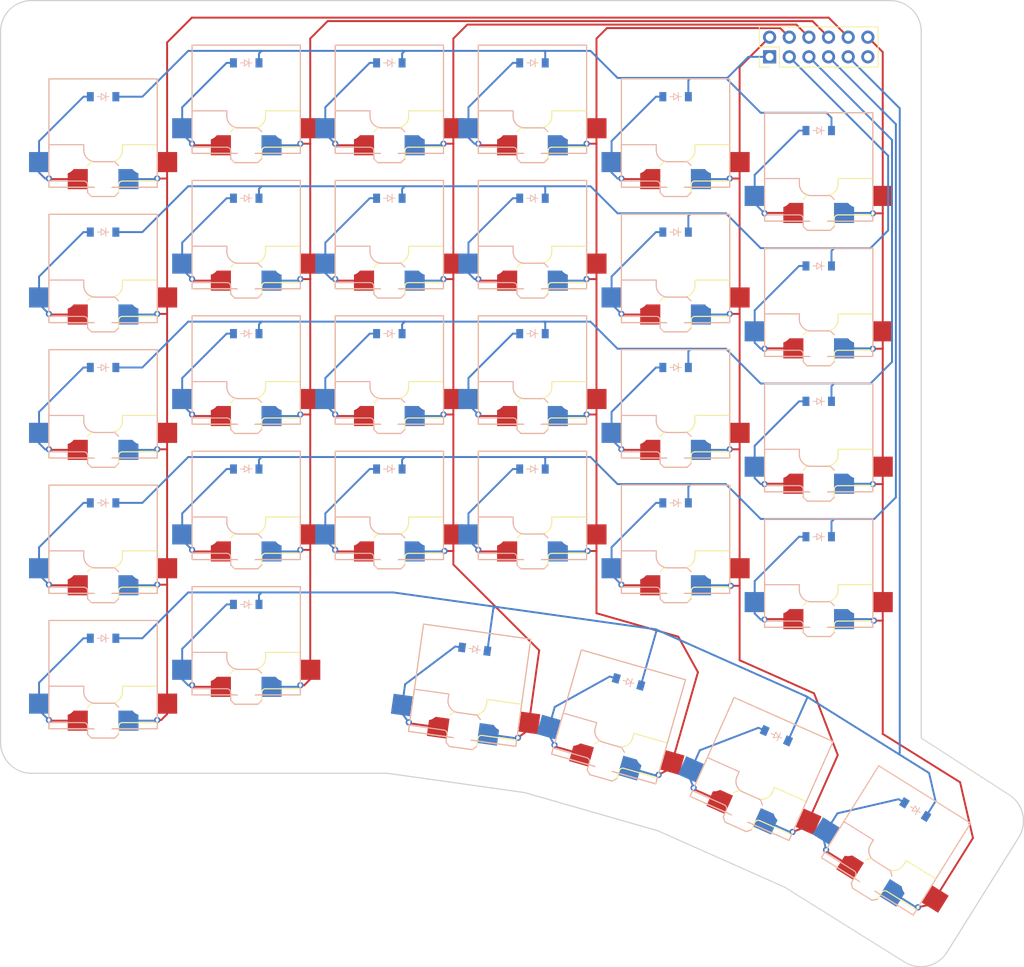
<source format=kicad_pcb>
(kicad_pcb
	(version 20240108)
	(generator "pcbnew")
	(generator_version "8.0")
	(general
		(thickness 1.6)
		(legacy_teardrops no)
	)
	(paper "A3")
	(title_block
		(title "protoeepyboard")
		(rev "1.0")
		(company "binaryDiv")
	)
	(layers
		(0 "F.Cu" signal)
		(31 "B.Cu" signal)
		(32 "B.Adhes" user "B.Adhesive")
		(33 "F.Adhes" user "F.Adhesive")
		(34 "B.Paste" user)
		(35 "F.Paste" user)
		(36 "B.SilkS" user "B.Silkscreen")
		(37 "F.SilkS" user "F.Silkscreen")
		(38 "B.Mask" user)
		(39 "F.Mask" user)
		(40 "Dwgs.User" user "User.Drawings")
		(41 "Cmts.User" user "User.Comments")
		(42 "Eco1.User" user "User.Eco1")
		(43 "Eco2.User" user "User.Eco2")
		(44 "Edge.Cuts" user)
		(45 "Margin" user)
		(46 "B.CrtYd" user "B.Courtyard")
		(47 "F.CrtYd" user "F.Courtyard")
		(48 "B.Fab" user)
		(49 "F.Fab" user)
	)
	(setup
		(pad_to_mask_clearance 0.05)
		(allow_soldermask_bridges_in_footprints no)
		(pcbplotparams
			(layerselection 0x00010fc_ffffffff)
			(plot_on_all_layers_selection 0x0000000_00000000)
			(disableapertmacros no)
			(usegerberextensions no)
			(usegerberattributes yes)
			(usegerberadvancedattributes yes)
			(creategerberjobfile yes)
			(dashed_line_dash_ratio 12.000000)
			(dashed_line_gap_ratio 3.000000)
			(svgprecision 4)
			(plotframeref no)
			(viasonmask no)
			(mode 1)
			(useauxorigin no)
			(hpglpennumber 1)
			(hpglpenspeed 20)
			(hpglpendiameter 15.000000)
			(pdf_front_fp_property_popups yes)
			(pdf_back_fp_property_popups yes)
			(dxfpolygonmode yes)
			(dxfimperialunits yes)
			(dxfusepcbnewfont yes)
			(psnegative no)
			(psa4output no)
			(plotreference yes)
			(plotvalue yes)
			(plotfptext yes)
			(plotinvisibletext no)
			(sketchpadsonfab no)
			(subtractmaskfromsilk no)
			(outputformat 1)
			(mirror no)
			(drillshape 1)
			(scaleselection 1)
			(outputdirectory "")
		)
	)
	(net 0 "")
	(net 1 "P10")
	(net 2 "outer_mod")
	(net 3 "outer_bottom")
	(net 4 "outer_home")
	(net 5 "outer_top")
	(net 6 "outer_num")
	(net 7 "P8")
	(net 8 "one_mod")
	(net 9 "one_bottom")
	(net 10 "one_home")
	(net 11 "one_top")
	(net 12 "one_num")
	(net 13 "P6")
	(net 14 "two_bottom")
	(net 15 "two_home")
	(net 16 "two_top")
	(net 17 "two_num")
	(net 18 "P4")
	(net 19 "three_bottom")
	(net 20 "three_home")
	(net 21 "three_top")
	(net 22 "three_num")
	(net 23 "P2")
	(net 24 "four_bottom")
	(net 25 "four_home")
	(net 26 "four_top")
	(net 27 "four_num")
	(net 28 "P12")
	(net 29 "five_bottom")
	(net 30 "five_home")
	(net 31 "five_top")
	(net 32 "five_num")
	(net 33 "one_default")
	(net 34 "two_default")
	(net 35 "three_default")
	(net 36 "four_default")
	(net 37 "P9")
	(net 38 "P7")
	(net 39 "P5")
	(net 40 "P3")
	(net 41 "P1")
	(net 42 "P11")
	(footprint "MountingHole_2.2mm_M2" (layer "F.Cu") (at 90.025481 63.165161))
	(footprint "PG1350" (layer "F.Cu") (at 182.525483 97.790165 180))
	(footprint "PinHeader_2x06_P2.54mm_Vertical" (layer "F.Cu") (at 176.175486 66.060162 90))
	(footprint "PG1350" (layer "F.Cu") (at 108.52548 106.540167 180))
	(footprint "PG1350" (layer "F.Cu") (at 127.025483 124.040165 180))
	(footprint "PG1350" (layer "F.Cu") (at 182.525484 115.290165 180))
	(footprint "PG1350" (layer "F.Cu") (at 182.525483 80.290161 180))
	(footprint "PG1350" (layer "F.Cu") (at 145.525482 124.040168 180))
	(footprint "PG1350" (layer "F.Cu") (at 127.025485 71.540169 180))
	(footprint "PG1350" (layer "F.Cu") (at 145.52548 106.540168 180))
	(footprint "PG1350" (layer "F.Cu") (at 108.525481 141.540171 180))
	(footprint "PG1350" (layer "F.Cu") (at 108.52548 71.540159 180))
	(footprint "MountingHole_2.2mm_M2" (layer "F.Cu") (at 193.275486 69.540166))
	(footprint "PG1350"
		(layer "F.Cu")
		(uuid "5fc406a4-13f6-4d52-aa44-d19cd3acecf2")
		(at 164.025483 75.915169 180)
		(property "Reference" "S22"
			(at 0 0 0)
			(layer "F.SilkS")
			(hide yes)
			(uuid "cf11c8e5-3934-41e3-8f39-8b25ad48e581")
			(effects
				(font
					(size 1.27 1.27)
					(thickness 0.15)
				)
			)
		)
		(property "Value" ""
			(at 0 0 0)
			(layer "F.SilkS")
			(hide yes)
			(uuid "44586e86-92a4-4cf7-895c-4366a82e0e35")
			(effects
				(font
					(size 1.27 1.27)
					(thickness 0.15)
				)
			)
		)
		(property "Footprint" ""
			(at 0 0 0)
			(layer "F.Fab")
			(hide yes)
			(uuid "c35adbce-d156-4960-ae02-02922c7092c2")
			(effects
				(font
					(size 1.27 1.27)
					(thickness 0.15)
				)
			)
		)
		(property "Datasheet" ""
			(at 0 0 0)
			(layer "F.Fab")
			(hide yes)
			(uuid "e8e0b2ec-8603-465c-8b9d-1e493193ce97")
			(effects
				(font
					(size 1.27 1.27)
					(thickness 0.15)
				)
			)
		)
		(property "Description" ""
			(at 0 0 0)
			(layer "F.Fab")
			(hide yes)
			(uuid "9a3c670e-a367-48eb-8056-9e6fa66306c5")
			(effects
				(font
					(size 1.27 1.27)
					(thickness 0.15)
				)
			)
		)
		(attr through_hole)
		(fp_line
			(start 7 7)
			(end -7 7)
			(stroke
				(width 0.15)
				(type solid)
			)
			(layer "B.SilkS")
			(uuid "1f75f4db-da72-4174-8086-0bf9503d7ba8")
		)
		(fp_line
			(start 7 -5.6)
			(end 7 -6.2)
			(stroke
				(width 0.15)
				(type solid)
			)
			(layer "B.SilkS")
			(uuid "e7ef50b2-aa04-4df1-94f0-185342b072f2")
		)
		(fp_line
			(start 7 -6.2)
			(end 2.5 -6.2)
			(stroke
				(width 0.15)
				(type solid)
			)
			(layer "B.SilkS")
			(uuid "620862d0-5907-4df0-9948-02266ebd6226")
		)
		(fp_line
			(start 7 -7)
			(end 7 7)
			(stroke
				(width 0.15)
				(type solid)
			)
			(layer "B.SilkS")
			(uuid "cf7764d7-1eaa-4a6b-8b90-317220b93ce8")
		)
		(fp_line
			(start 6.999999 -1.500002)
			(end 7 -2)
			(stroke
				(width 0.15)
				(type solid)
			)
			(layer "B.SilkS")
			(uuid "e9e4edd6-39c0-4811-990d-117c83e9784c")
		)
		(fp_line
			(start 2.5 -1.5)
			(end 6.999999 -1.500002)
			(stroke
				(width 0.15)
				(type solid)
			)
			(layer "B.SilkS")
			(uuid "dff79f35-8ed9-4124-9832-7360351677ae")
		)
		(fp_line
			(start 2.5 -2.200001)
			(end 2.5 -1.5)
			(stroke
				(width 0.15)
				(type solid)
			)
			(layer "B.SilkS")
			(uuid "7234bbe8-aded-44ed-a047-bf8e41791cfa")
		)
		(fp_line
			(start 2 -6.7)
			(end 2 -7.7)
			(stroke
				(width 0.15)
				(type solid)
			)
			(layer "B.SilkS")
			(uuid "3df5f5b7-cefd-4ca8-9b9a-50f6544b4681")
		)
		(fp_line
			(start 1.5 -8.2)
			(end 2 -7.7)
			(stroke
				(width 0.15)
				(type solid)
			)
			(layer "B.SilkS")
			(uuid "b7732040-a855-483b-a86f-6f302a2f4cdf")
		)
		(fp_line
			(start -1.5 -3.7)
			(end 1 -3.7)
			(stroke
				(width 0.15)
				(type solid)
			)
			(layer "B.SilkS")
			(uuid "61e4b325-f211-4899-8102-cf0239fee62d")
		)
		(fp_line
			(start -1.5 -8.200003)
			(end 1.5 -8.2)
			(stroke
				(width 0.15)
				(type solid)
			)
			(layer "B.SilkS")
			(uuid "c8683161-634a-4571-a7a6-0391b75c1475")
		)
		(fp_line
			(start -2 -4.2)
			(end -1.5 -3.7)
			(stroke
				(width 0.15)
				(type solid)
			)
			(layer "B.SilkS")
			(uuid "cd9c7a22-9d43-408e-a326-1db26abddf0e")
		)
		(fp_line
			(start -2 -7.7)
			(end -1.5 -8.200003)
			(stroke
				(width 0.15)
				(type solid)
			)
			(layer "B.SilkS")
			(uuid "ad5d07ea-3e0d-4d74-bdcc-ecafb3f491b9")
		)
		(fp_line
			(start -7 7)
			(end -7 -7)
			(stroke
				(width 0.15)
				(type solid)
			)
			(layer "B.SilkS")
			(uuid "ee695391-46d5-41bb-af9d-a29797e8376e")
		)
		(fp_line
			(start -7 -7)
			(end 7 -7)
			(stroke
				(width 0.15)
				(type solid)
			)
			(layer "B.SilkS")
			(uuid "e0193bd3-cd83-4b5e-8c24-418637e7c4b4")
		)
		(fp_arc
			(start 2.5 -6.2)
			(mid 2.146447 -6.346447)
			(end 2 -6.7)
			(stroke
				(width 0.15)
				(type solid)
			)
			(layer "B.SilkS")
			(uuid "dd5d45b1-60f5-4c4d-82fe-a93e686aef24")
		)
		(fp_arc
			(start 1 -3.7)
			(mid 2.06066 -3.260661)
			(end 2.5 -2.200001)
			(stroke
				(width 0.15)
				(type solid)
			)
			(layer "B.SilkS")
			(uuid "272319e8-d964-4bd9-bdef-c070a6cf544b")
		)
		(fp_line
			(start 7 7)
			(end -7 7)
			(stroke
				(width 0.15)
				(type solid)
			)
			(layer "F.SilkS")
			(uuid "21d6bb73-d74c-4079-bcde-177a50aa0f4b")
		)
		(fp_line
			(start 7 -7)
			(end 7 7)
			(stroke
				(width 0.15)
				(type solid)
			)
			(layer "F.SilkS")
			(uuid "3314bc0e-d424-4bb9-89a1-ad29e6a67eb4")
		)
		(fp_line
			(start 2 -7.7)
			(end 1.5 -8.2)
			(stroke
				(width 0.15)
				(type solid)
			)
			(layer "F.SilkS")
			(uuid "f109d8ca-979f-40b6-8eff-f96ec04f58e3")
		)
		(fp_line
			(start 1.999999 -4.2)
			(end 1.5 -3.7)
			(stroke
				(width 0.15)
				(type solid)
			)
			(layer "F.SilkS")
			(uuid "25c549e0-ab5c-465a-9e59-8e0d6983abfc")
		)
		(fp_line
			(start 1.5 -3.7)
			(end -1 -3.7)
			(stroke
				(width 0.15)
				(type solid)
			)
			(layer "F.SilkS")
			(uuid "27b441c6-8fde-4128-8be5-b196d81e0cbb")
		)
		(fp_line
			(start 1.5 -8.2)
			(end -1.5 -8.200003)
			(stroke
				(width 0.15)
				(type solid)
			)
			(layer "F.SilkS")
			(uuid "f46175b8-ea0d-440d-a0a9-e7efc2127ca8")
		)
		(fp_line
			(start -1.5 -8.200003)
			(end -2 -7.7)
			(stroke
				(width 0.15)
				(type solid)
			)
			(layer "F.SilkS")
			(uuid "be106102-12cb-4835-a74b-6646a555e4f6")
		)
		(fp_line
			(start -2 -6.7)
			(end -2 -7.7)
			(stroke
				(width 0.15)
				(type solid)
			)
			(layer "F.SilkS")
			(uuid "6e2a6b64-4156-417f-a3ee-132251133b4f")
		)
		(fp_line
			(start -2.5 -1.499999)
			(end -7 -1.5)
			(stroke
				(width 0.15)
				(type solid)
			)
			(layer "F.SilkS")
			(uuid "bfe6e1e3-e380-4182-bead-15689e3db32f")
		)
		(fp_line
			(start -2.5 -2.2)
			(end -2.5 -1.499999)
			(stroke
				(width 0.15)
				(type solid)
			)
			(layer "F.SilkS")
			(uuid "1ae53a67-2937-4335-8931-269f53d8c950")
		)
		(fp_line
			(start -7 7)
			(end -7 -7)
			(stroke
				(width 0.15)
				(type solid)
			)
			(layer "F.SilkS")
			(uuid "7bd6e5bc-329a-4dcf-81bc-e4fd8ddda0e4")
		)
		(fp_line
			(start -7 -1.5)
			(end -7 -2)
			(stroke
				(width 0.15)
				(type solid)
			)
			(layer "F.SilkS")
			(uuid "289587ac-ad1f-462a-bcd0-fda8b5e1a8a1")
		)
		(fp_line
			(start -7 -5.6)
			(end -7 -6.2)
			(stroke
				(width 0.15)
				(type solid)
			)
			(layer "F.SilkS")
			(uuid "b89cb802-c886-4d29-b60e-f56aaa45fbd3")
		)
		(fp_line
			(start -7 -6.2)
			(end -2.5 -6.2)
			(stroke
				(width 0.15)
				(type solid)
			)
			(layer "F.SilkS")
			(uuid "592fb956-ffd1-4bc2-b344-ee5986be6219")
		)
		(fp_line
			(start -7 -7)
			(end 7 -7)
			(stroke
				(width 0.15)
				(type solid)
			)
			(layer "F.SilkS")
			(uuid "a4a19ae8-7d3b-4d66-baf4-70793566dd87")
		)
		(fp_arc
			(start -2 -6.7)
			(mid -2.146448 -6.346448)
			(end -2.5 -6.2)
			(stroke
				(width 0.15)
				(type solid)
			)
			(layer "F.SilkS")
			(uuid "a1f53702-d46c-4a3e-bfc6-3eeead281dc5")
		)
		(fp_arc
			(start -2.5 -2.2)
			(mid -2.06066 -3.26066)
			(end -1 -3.7)
			(stroke
				(width 0.15)
				(type solid)
			)
			(layer "F.SilkS")
			(uuid "a5295361-d5c4-4422-9800-8997780d436a")
		)
		(fp_line
			(start 9 8.5)
			(end -9 8.5)
			(stroke
				(width 0.15)
				(type solid)
			)
			(layer "Dwgs.User")
			(uuid "e150da8b-8eec-405a-a240-f11a06f86ec9")
		)
		(fp_line
			(start 9 -8.5)
			(end 9 8.5)
			(stroke
				(width 0.15)
				(type solid)
			)
			(layer "Dwgs.User")
			(uuid "3f5e7e3f-7231-42f3-a384-05ebb187385b")
		)
		(fp_line
			(start 2.600001 3.1)
			(end 2.599999 6.3)
			(stroke
				(width 0.15)
				(type solid)
			)
			(layer "Dwgs.User")
			(uuid "aabf8c92-8519-4100-9be6-a8bd979b63f2")
		)
		(fp_line
			(start 2.599999 6.3)
			(end -2.6 6.3)
			(stroke
				(width 0.15)
				(type solid)
			)
			(layer "Dwgs.User")
			(uuid "925416d6-2bcf-4825-8a05-f18c00922ab3")
		)
		(fp_line
			(start -2.6 3.1)
			(end 2.600001 3.1)
			(stroke
				(width 0.15)
				(type solid)
			)
			(layer "Dwgs.User")
			(uuid "72fa2ea8-3182-497e-ac27-bb4c98e983f7")
		)
		(fp_line
			(start -2.6 3.1)
			(end -2.6 6.3)
			(stroke
				(width 0.15)
				(type solid)
			)
			(layer "Dwgs.User")
			(uuid "107ab612-0ebf-4cb0-b4b8-60ab1081e2ce")
		)
		(fp_line
			(start -9 8.5)
			(end -9 -8.5)
			(stroke
				(width 0.15)
				(type solid)
			)
			(layer "Dwgs.User")
			(uuid "47b02d73-cd79-4d6f-8d4a-796aeaded6e0")
		)
		(fp_line
			(start -9 -8.5)
			(end 9 -8.5)
			(stroke
				(width 0.15)
				(type solid)
			)
			(layer "Dwgs.User")
			(uuid "1e46e12c-6dd9-4300-8499-1c8883074f58")
		)
		(fp_line
			(start 9.500001 -2.499999)
			(end 7 -2.5)
			(stroke
				(width 0.12)
				(type solid)
			)
			(layer "B.Fab")
			(uuid "7cb5800b-7367-4516-baeb-4e3679129409")
		)
		(fp_line
			(start 9.5 -5)
			(end 9.500001 -2.499999)
			(stroke
				(width 0.12)
				(type solid)
			)
			(layer "B.Fab")
			(uuid "6576599e-d5e1-4c4e-947d-9f180db7c8c4")
		)
		(fp_line
			(start 7 -5.000001)
			(end 9.5 -5)
			(stroke
				(width 0.12)
				(type solid)
			)
			(layer "B.Fab")
			(uuid "a8d7d267-5643-4f7f-ae10-d36f5afe7ff6")
		)
		(fp_line
			(start 7 -6.2)
			(end 2.5 -6.2)
			(stroke
				(width 0.15)
				(type solid)
			)
			(layer "B.Fab")
			(uuid "0e7da716-c057-40b2-8d1c-7b3953c5f244")
		)
		(fp_line
			(start 6.999999 -1.500002)
			(end 7 -6.2)
			(stroke
				(width 0.12)
				(type solid)
			)
			(layer "B.Fab")
			(uuid "20a440b2-23bf-4f3c-99d6-1da4ca68507a")
		)
		(fp_line
			(start 2.5 -1.5)
			(end 6.999999 -1.500002)
			(stroke
				(width 0.15)
				(type solid)
			)
			(layer "B.Fab")
			(uuid "21192240-4f4e-4d88-bcf7-d0662f9f60fb")
		)
		(fp_line
			(start 2.5 -2.200001)
			(end 2.5 -1.5)
			(stroke
				(width 0.15)
				(type solid)
			)
			(layer "B.Fab")
			(uuid "bd8f7466-5722-4454-97c0-dca3ef9cfe5b")
		)
		(fp_line
			(start 2 -6.7)
			(end 2 -7.7)
			(stroke
				(width 0.15)
				(type solid)
			)
			(layer "B.Fab")
			(uuid "9ae226d1-55ed-4e19-8a45-e9616e1e7ad1")
		)
		(fp_line
			(start 1.5 -8.2)
			(end 2 -7.7)
			(stroke
				(width 0.15)
				(type solid)
			)
			(layer "B.Fab")
			(uuid "3d0a09ed-c89b-46b6-91b6-d2d4dfd9f315")
		)
		(fp_line
			(start -1.5 -3.7)
			(end 1 -3.7)
			(stroke
				(width 0.15)
				(type solid)
			)
			(layer "B.Fab")
			(uuid "1fe719ed-efe5-413a-9951-2aa1ef76faca")
		)
		(fp_line
			(start -1.5 -8.200003)
			(end 1.5 -8.2)
			(stroke
				(width 0.15)
				(type solid)
			)
			(layer "B.Fab")
			(uuid "b9ecaac8-1ba1-4760-9dfe-9420f37716a1")
		)
		(fp_line
			(start -2 -4.2)
			(end -1.5 -3.7)
			(stroke
				(width 0.15)
				(type solid)
			)
			(layer "B.Fab")
			(uuid "9f38cc70-d937-4661-858b-a643b50912cb")
		)
		(fp_line
			(start -2 -4.25)
			(end -2 -7.7)
			(stroke
				(width 0.12)
				(type solid)
			)
			(layer "B.Fab")
			(uuid "64166569-1b53-44f7-83d9-405ef07851ed")
		)
		(fp_line
			(start -2 -4.75)
			(end -4.500001 -4.75)
			(stroke
				(width 0.12)
				(type solid)
			)
			(layer "B.Fab")
			(uuid "29b84a12-7249-4203-816c-1b0cc16bc5d6")
		)
		(fp_line
			(start -2 -7.7)
			(end -1.5 -8.200003)
			(stroke
				(width 0.15)
				(type solid)
			)
			(layer "B.Fab")
			(uuid "fbe05dfe-c0cf-4b7c-ba89-587a21ca8ce0")
		)
		(fp_line
			(start -4.5 -7.25)
			(end -2 -7.25)
			(stroke
				(width 0.12)
				(type solid)
			)
			(layer "B.Fab")
			(uuid "71cfeac0-de92-4d5e-b004-64ca3bc5338e")
		)
		(fp_line
			(start -4.500001 -4.75)
			(end -4.5 -7.25)
			(stroke
				(width 0.12)
				(type solid)
			)
			(layer "B.Fab")
			(uuid "0321256a-c500-4ec7-b719-6bc1b1a1149b")
		)
		(fp_arc
			(start 2.5 -6.2)
			(mid 2.146447 -6.346447)
			(end 2 -6.7)
			(stroke
				(width 0.15)
				(type solid)
			)
			(layer "B.Fab")
			(uuid "a5c3b089-bf72-4c69-acdf-5007f0853310")
		)
		(fp_arc
			(start 1 -3.7)
			(mid 2.06066 -3.260661)
			(end 2.5 -2.200001)
			(stroke
				(width 0.15)
				(type solid)
			)
			(layer "B.Fab")
			(uuid "f3fdb55e-0d20-4a10-a39b-e80ca6702cba")
		)
		(fp_line
			(start 4.5 -4.75)
			(end 4.5 -7.25)
			(stroke
				(width 0.12)
				(type solid)
			)
			(layer "F.Fab")
			(uuid "07bcdf67-2dcf-4ba6-89dd-74a7a19b0df7")
		)
		(fp_line
			(start 4.5 -7.25)
			(end 2 -7.25)
			(stroke
				(width 0.12)
				(type solid)
			)
			(layer "F.Fab")
			(uuid "f5c8985c-f32d-4ed5-817e-0053b5455bee")
		)
		(fp_line
			(start 2 -4.75)
			(end 4.5 -4.75)
			(stroke
				(width 0.12)
				(type solid)
			)
			(layer "F.Fab")
			(uuid "9c045b19-9eca-4364-86b4-91a7192f6a87")
		)
		(fp_line
			(start 2 -7.7)
			(end 1.5 -8.2)
			(stroke
				(width 0.15)
				(type solid)
			)
			(layer "F.Fab")
			(uuid "4fb66295-46f6-40d1-bfe3-78539cc2658f")
		)
		(fp_line
			(start 1.999999 -4.2)
			(end 1.5 -3.7)
			(stroke
				(width 0.15)
				(type solid)
			)
			(layer "F.Fab")
			(uuid "2cf21974-b41d-4e21-b7cc-83c24b9418ae")
		)
		(fp_line
			(start 1.999997 -4.25)
			(end 2 -7.7)
			(stroke
				(width 0.12)
				(type solid)
			)
			(layer "F.Fab")
			(uuid "c4b606f2-bf2e-4d7b-840f-576f8878cd69")
		)
		(fp_line
			(start 1.5 -3.7)
			(end -1 -3.7)
			(stroke
				(width 0.15)
				(type solid)
			)
			(layer "F.Fab")
			(uuid "b7b04718-21bc-4761-b633-32ca5222a485")
		)
		(fp_line
			(start 1.5 -8.2)
			(end -1.5 -8.200003)
			(stroke
				(width 0.15)
				(type solid)
			)
			(layer "F.Fab")
			(uuid "d3e80ff6-6d0d-4082-ad6d-a2ebf3cfc3a9")
		)
		(fp_line
			(start -1.5 -8.200003)
			(end -2 -7.7)
			(stroke
				(width 0.15)
				(type solid)
			)
			(layer "F.Fab")
			(uuid "bf943a97-3be0-4db5-b6b5-2a76041ff2cb")
		)
		(fp_line
			(start -2 -6.7)
			(end -2 -7.7)
			(stroke
				(width 0.15)
				(type solid)
			)
			(layer "F.Fab")
			(uuid "714a22f7-2268-4ddf-9bab-49befcc20d53")
		)
		(fp_line
			(start -2.5 -1.499999)
			(end -7 -1.5)
			(stroke
				(width 0.15)
				(type solid)
			)
			(layer "F.Fab")
			(uuid "78d18684-54e2-441e-9f26-9a31aa276dd0")
		)
		(fp_line
			(start -2.5 -2.2)
			(end -2.5 -1.499999)
			(stroke
				(width 0.15)
				(type solid)
			)
			(layer "F.Fab")
			(uuid "d3187d58-aed3-40b3-9649-b3d5e3c9f3a0")
		)
		(fp_line
			(start -7 -1.5)
			(end -7 -6.2)
			(stroke
				(width 0.12)
				(type solid)
			)
			(layer "F.Fab")
			(uuid "cb36fec9-675b-4914-8fd4-7b2249c8b0a3")
		)
		(fp_line
			(start -7 -5)
			(end -9.5 -5)
			(stroke
				(width 0.12)
				(type solid)
			)
			(layer "F.Fab")
			(uuid "6f46b5a0-a093-45df-bc68-6091142c28fc")
		)
		(fp_line
			(start -7 -6.2)
			(end -2.5 -6.2)
			(stroke
				(width 0.15)
				(type solid)
			)
			(layer "F.Fab")
			(uuid "8a640180-c071-4c03-a47f-1eee50270788")
		)
		(fp_line
			(start -9.5 -2.5)
			(end -7 -2.5)
			(stroke
				(width 0.12)
				(type solid)
			)
			(layer "F.Fab")
			(uuid "7e0da518-1586-43c2-95d9-73b1a2f63cb8")
		)
		(fp_line
			(start -9.5 -5)
			(end -9.5 -2.5)
			(stroke
				(width 0.12)
				(type solid)
			)
			(layer "F.Fab")
			(uuid "1a279698-1548-43ef-9e14-4d16fd8ac124")
		)
		(fp_arc
			(start -2 -6.7)
			(mid -2.146448 -6.346448)
			(end -2.5 -6.2)
			(stroke
				(width 0.15)
				(type solid)
			)
			(layer "F.Fab")
			(uuid "af45b3a6-b2b4-4e62-adde-cfd4f26578e1")
		)
		(fp_arc
			(start -2.5 -2.2)
			(mid -2.06066 -3.26066)
			(end -1 -3.7)
			(stroke
				(width 0.15)
				(type solid)
			)
			(layer "F.Fab")
			(uuid "ab82c895-d5ec-450c-bfd1-1d33b773268d")
		)
		(pad "" np_thru_hole circle
			(at -5.5 0)
			(size 1.7018 1.7018)
			(drill 1.7018)
			(layers "*.Cu" "*.Mask")
			(uuid "a736acf3-7690-4144-9b90-e9bb95edfdd3")
		)
		(pad "" np_thru_hole circle
			(at -4.999999 -3.75)
			(size 3 3)
			(drill 3)
			(layers "*.Cu" "*.Mask")
			(uuid "9c41e550-9c14-4014-ae6a-cecb5f261576")
		)
		(pad "" np_thru_hole circle
			(at 0 -5.95)
			(size 3 3)
			(drill 3)
			(layers "*.Cu" "*.Mask")
			(uuid "ddd5d57e-ae86-4d19-8dfb-18e85b6c1be4")
		)
		(pad "" np_thru_hole circle
			(at 0 -5.95)
			(size 3 3)
			(drill 3)
			(layers "*.Cu" "*.Mask")
			(uuid "fd561d6b-2b22-43ef-a5ab-9de915d2730b")
		)
		(pad "" np_thru_hole circle
			(at 0 0)
			(size 3.429 3.429)
			(drill 3.429)
			(layers "*.Cu" "*.Mask")
			(uuid "abd5b16a-598b-4b62-851f-bfb8e261d3cc")
		)
		(pad "" np_thru_hole circle
			(at 5 -3.749998)
			(size 3 3)
			(drill 3)
			(layers "*.Cu" "*.Mask")
			(uuid "3f88a5f9-6b3d-4d21-ab78-4c4e89487626")
		)
		(pad "" np_thru_hole circle
			(at 5.5 0)
			(size 1.7018 1.7018)
			(drill 1.7018)
			(layers "*.Cu" "*.Mask")
			(uuid "14658f80-3bbd-436b-88bd-46bc07ca1460")
		)
		(pad "1" smd rect
			(at -3.275 -5.95 180)
			(size 2.6 2.6)
			(layers "B.Cu" "B.Paste" "B.Mask")
			(net 23 "P2")
			(uuid "1dc84fcd-8de5-47e1-9e08-02df61ece672")
		)
		(pad "1" smd rect
			(at 3.275 -5.9
... [509079 chars truncated]
</source>
